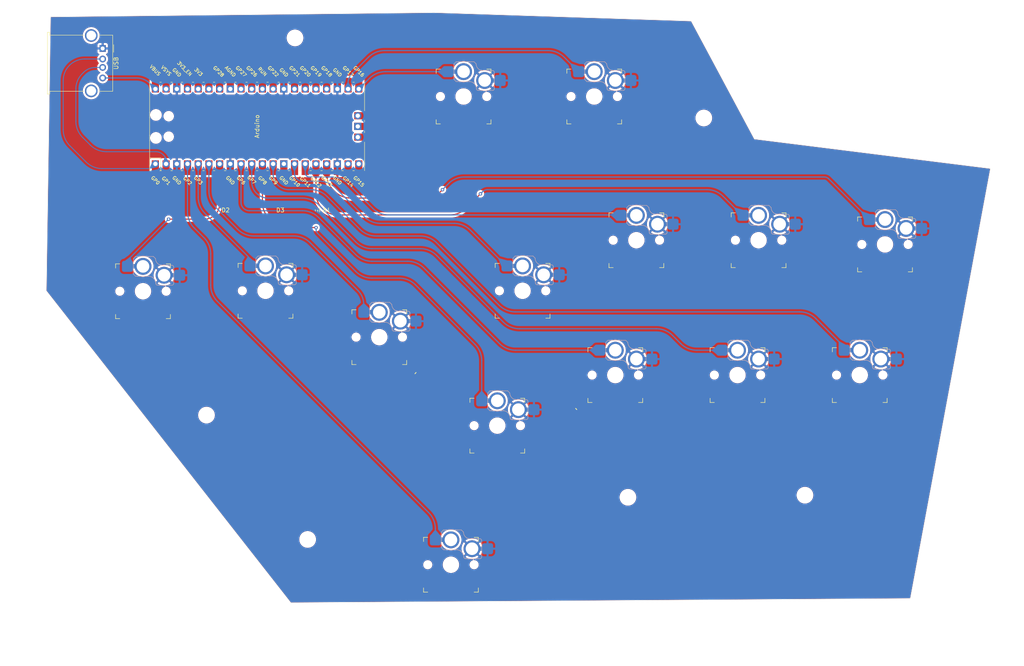
<source format=kicad_pcb>
(kicad_pcb (version 20241229) (generator "pcbnew") (generator_version "9.0")
  (title_block (title "tutorial") (rev "v1.0.0") (company "Unknown"))
  (layers (0 "F.Cu" signal) (2 "B.Cu" signal) (13 "F.Paste" user) (15 "B.Paste" user) (5 "F.SilkS" user "F.Silkscreen") (7 "B.SilkS" user "B.Silkscreen") (1 "F.Mask" user) (3 "B.Mask" user) (25 "Edge.Cuts" user))
  (net 0 "")
  (net 1 "GND")
  (net 2 "up")
  (net 3 "down")
  (net 4 "left")
  (net 5 "right")
  (net 6 "p1")
  (net 7 "p0")
  (net 8 "k0")
  (net 9 "k1")
  (net 10 "k2")
  (net 11 "k3")
  (net 12 "p2")
  (net 13 "p3")
  (net 14 "start")
  (net 15 "select")
  (net 16 "VCC")
  (net 17 "D+")
  (net 18 "D-")
  (footprint "Library:SW_Kailh_Choc_V1_HotSwap_PTH" (layer "F.Cu") (at 313 164)
    (property "Reference" "S11" (hide yes))
    (property "Value" "" (hide yes))
  )
  (footprint "Library:SW_Kailh_Choc_V1_HotSwap_PTH" (layer "F.Cu") (at 216 209)
    (property "Reference" "S4" (hide yes))
    (property "Value" "" (hide yes))
  )
  (footprint "MountingHole:MountingHole_3.5mm" (layer "F.Cu") (at 298 192.5)
    (property "Reference" "REF**" (hide yes))
    (property "Value" "MountingHole_3.5mm" (hide yes))
  )
  (footprint "MountingHole:MountingHole_3.5mm" (layer "F.Cu") (at 274 103)
    (property "Reference" "REF**" (hide yes))
    (property "Value" "MountingHole_3.5mm")
  )
  (footprint "MountingHole:MountingHole_3.5mm" (layer "F.Cu") (at 156 173.5)
    (property "Reference" "REF**" (hide yes))
    (property "Value" "MountingHole_3.5mm" (hide yes))
  )
  (footprint "Library:SW_Kailh_Choc_V1_HotSwap_PTH" (layer "F.Cu") (at 255 164)
    (property "Reference" "S7" (hide yes))
    (property "Value" "" (hide yes))
  )
  (footprint "Connector_USB:USB_A_Molex_67643_Horizontal" (layer "F.Cu") (at 131.36 86.5 -90)
    (property "Reference" "USB")
    (property "Value" "USB_A_Molex_67643_Horizontal")
  )
  (footprint "MountingHole:MountingHole_3.5mm" (layer "F.Cu") (at 180 203)
    (property "Reference" "REF**" (hide yes))
    (property "Value" "MountingHole_3.5mm" (hide yes))
  )
  (footprint "Library:SW_Kailh_Choc_V1_HotSwap_PTH" (layer "F.Cu") (at 199 155)
    (property "Reference" "S3" (hide yes))
    (property "Value" "" (hide yes))
  )
  (footprint "Library:SW_Kailh_Choc_V1_HotSwap_PTH" (layer "F.Cu") (at 289 132)
    (property "Reference" "S10" (hide yes))
    (property "Value" "" (hide yes))
  )
  (footprint "Library:SW_Kailh_Choc_V1_HotSwap_PTH" (layer "F.Cu") (at 233 144)
    (property "Reference" "S6" (hide yes))
    (property "Value" "" (hide yes))
  )
  (footprint "Library:SW_Kailh_Choc_V1_HotSwap_PTH" (layer "F.Cu") (at 284 164)
    (property "Reference" "S9" (hide yes))
    (property "Value" "" (hide yes))
  )
  (footprint "MCU_RaspberryPi_and_Boards:RPi_Pico_SMD_TH" (layer "F.Cu") (at 168 105 90)
    (property "Reference" "Arduino")
    (property "Value" "RPi_Pico_SMD_TH")
  )
  (footprint "" (layer "F.Cu") (at 256 193)
    (property "Reference" "")
    (property "Value" "")
  )
  (footprint "Library:SW_Kailh_Choc_V1_HotSwap_PTH" (layer "F.Cu") (at 172 144)
    (property "Reference" "S2" (hide yes))
    (property "Value" "" (hide yes))
  )
  (footprint "Library:SW_Kailh_Choc_V1_HotSwap_PTH" (layer "F.Cu") (at 250 97.9)
    (property "Reference" "S14" (hide yes))
    (property "Value" "" (hide yes))
  )
  (footprint "Library:SW_Kailh_Choc_V1_HotSwap_PTH" (layer "F.Cu") (at 319 133)
    (property "Reference" "S12" (hide yes))
    (property "Value" "" (hide yes))
  )
  (footprint "Library:SW_Kailh_Choc_V1_HotSwap_PTH" (layer "F.Cu") (at 227 176)
    (property "Reference" "S5" (hide yes))
    (property "Value" "" (hide yes))
  )
  (footprint "MountingHole:MountingHole_3.5mm" (layer "F.Cu") (at 177 84)
    (property "Reference" "REF**" (hide yes))
    (property "Value" "MountingHole_3.5mm" (hide yes))
  )
  (footprint "Library:SW_Kailh_Choc_V1_HotSwap_PTH" (layer "F.Cu") (at 219 97.9)
    (property "Reference" "S13" (hide yes))
    (property "Value" "" (hide yes))
  )
  (footprint "Library:SW_Kailh_Choc_V1_HotSwap_PTH" (layer "F.Cu") (at 260 132)
    (property "Reference" "S8" (hide yes))
    (property "Value" "" (hide yes))
  )
  (footprint "Library:SW_Kailh_Choc_V1_HotSwap_PTH" (layer "F.Cu") (at 142.931165 144.107445)
    (property "Reference" "S1" (hide yes))
    (property "Value" "" (hide yes))
  )
  (gr_line (start 172.78237 124.31754) (end 173.02046 124.31754) (stroke (width 0.15)) (layer "F.SilkS"))
  (gr_line (start 160.68713 125.31754) (end 161.30617 125.31754) (stroke (width 0.15)) (layer "F.SilkS"))
  (gr_line (start 173.97284 124.69849) (end 174.1157 124.69849) (stroke (width 0.15)) (layer "F.SilkS"))
  (gr_line (start 184.04427 124.31754) (end 184.3776 125.31754) (stroke (width 0.15)) (layer "F.SilkS"))
  (gr_line (start 173.30617 125.07944) (end 173.25856 125.17468) (stroke (width 0.15)) (layer "F.SilkS"))
  (gr_line (start 184.94903 125.31754) (end 184.94903 124.31754) (stroke (width 0.15)) (layer "F.SilkS"))
  (gr_line (start 161.25856 124.74611) (end 160.68713 125.31754) (stroke (width 0.15)) (layer "F.SilkS"))
  (gr_line (start 181.80617 124.74611) (end 181.80617 124.88897) (stroke (width 0.15)) (layer "F.SilkS"))
  (gr_line (start 160.35379 124.88897) (end 160.30617 125.07944) (stroke (width 0.15)) (layer "F.SilkS"))
  (gr_line (start 161.21094 124.36516) (end 161.25856 124.41278) (stroke (width 0.15)) (layer "F.SilkS"))
  (gr_line (start 161.1157 124.31754) (end 161.21094 124.36516) (stroke (width 0.15)) (layer "F.SilkS"))
  (gr_line (start 160.78237 124.36516) (end 160.8776 124.31754) (stroke (width 0.15)) (layer "F.SilkS"))
  (gr_line (start 160.30617 125.07944) (end 160.25856 125.17468) (stroke (width 0.15)) (layer "F.SilkS"))
  (gr_line (start 181.80617 124.88897) (end 181.85379 125.07944) (stroke (width 0.15)) (layer "F.SilkS"))
  (gr_line (start 160.35379 124.74611) (end 160.35379 124.88897) (stroke (width 0.15)) (layer "F.SilkS"))
  (gr_line (start 161.30617 124.60325) (end 161.25856 124.74611) (stroke (width 0.15)) (layer "F.SilkS"))
  (gr_line (start 182.42522 125.2223) (end 182.42522 124.88897) (stroke (width 0.15)) (layer "F.SilkS"))
  (gr_line (start 174.1157 124.69849) (end 174.21094 124.74611) (stroke (width 0.15)) (layer "F.SilkS"))
  (gr_line (start 173.02046 124.31754) (end 173.16332 124.36516) (stroke (width 0.15)) (layer "F.SilkS"))
  (gr_line (start 160.8776 124.31754) (end 161.1157 124.31754) (stroke (width 0.15)) (layer "F.SilkS"))
  (gr_line (start 182.85379 125.31754) (end 182.85379 124.31754) (stroke (width 0.15)) (layer "F.SilkS"))
  (gr_line (start 174.1157 125.31754) (end 173.82998 125.31754) (stroke (width 0.15)) (layer "F.SilkS"))
  (gr_line (start 159.78237 125.31754) (end 159.78237 124.31754) (stroke (width 0.15)) (layer "F.SilkS"))
  (gr_line (start 173.35379 124.88897) (end 173.30617 125.07944) (stroke (width 0.15)) (layer "F.SilkS"))
  (gr_line (start 173.73475 125.26992) (end 173.68713 125.2223) (stroke (width 0.15)) (layer "F.SilkS"))
  (gr_line (start 183.71094 125.31754) (end 184.04427 124.31754) (stroke (width 0.15)) (layer "F.SilkS"))
  (gr_line (start 173.02046 125.31754) (end 172.78237 125.31754) (stroke (width 0.15)) (layer "F.SilkS"))
  (gr_line (start 173.25856 125.17468) (end 173.16332 125.26992) (stroke (width 0.15)) (layer "F.SilkS"))
  (gr_line (start 205.72584 163.3843) (end 205.46436 163.67478) (stroke (width 0.2)) (layer "F.SilkS"))
  (gr_line (start 159.78237 124.31754) (end 160.02046 124.31754) (stroke (width 0.15)) (layer "F.SilkS"))
  (gr_line (start 174.30617 124.88897) (end 174.30617 125.12706) (stroke (width 0.15)) (layer "F.SilkS"))
  (gr_line (start 243.85638 172.18915) (end 243.5949 171.89868) (stroke (width 0.2)) (layer "F.SilkS"))
  (gr_line (start 172.78237 125.31754) (end 172.78237 124.31754) (stroke (width 0.15)) (layer "F.SilkS"))
  (gr_line (start 173.30617 124.55563) (end 173.35379 124.74611) (stroke (width 0.15)) (layer "F.SilkS"))
  (gr_line (start 174.25856 125.2223) (end 174.21094 125.26992) (stroke (width 0.15)) (layer "F.SilkS"))
  (gr_line (start 160.25856 124.4604) (end 160.30617 124.55563) (stroke (width 0.15)) (layer "F.SilkS"))
  (gr_line (start 161.30617 124.50802) (end 161.30617 124.60325) (stroke (width 0.15)) (layer "F.SilkS"))
  (gr_line (start 174.30617 124.31754) (end 173.97284 124.69849) (stroke (width 0.15)) (layer "F.SilkS"))
  (gr_line (start 160.30617 124.55563) (end 160.35379 124.74611) (stroke (width 0.15)) (layer "F.SilkS"))
  (gr_line (start 160.02046 124.31754) (end 160.16332 124.36516) (stroke (width 0.15)) (layer "F.SilkS"))
  (gr_line (start 173.68713 124.31754) (end 174.30617 124.31754) (stroke (width 0.15)) (layer "F.SilkS"))
  (gr_line (start 173.35379 124.74611) (end 173.35379 124.88897) (stroke (width 0.15)) (layer "F.SilkS"))
  (gr_line (start 174.21094 124.74611) (end 174.25856 124.79373) (stroke (width 0.15)) (layer "F.SilkS"))
  (gr_line (start 173.25856 124.4604) (end 173.30617 124.55563) (stroke (width 0.15)) (layer "F.SilkS"))
  (gr_line (start 161.25856 124.41278) (end 161.30617 124.50802) (stroke (width 0.15)) (layer "F.SilkS"))
  (gr_line (start 173.16332 124.36516) (end 173.25856 124.4604) (stroke (width 0.15)) (layer "F.SilkS"))
  (gr_line (start 160.02046 125.31754) (end 159.78237 125.31754) (stroke (width 0.15)) (layer "F.SilkS"))
  (gr_line (start 173.82998 125.31754) (end 173.73475 125.26992) (stroke (width 0.15)) (layer "F.SilkS"))
  (gr_line (start 173.16332 125.26992) (end 173.02046 125.31754) (stroke (width 0.15)) (layer "F.SilkS"))
  (gr_line (start 174.21094 125.26992) (end 174.1157 125.31754) (stroke (width 0.15)) (layer "F.SilkS"))
  (gr_line (start 174.30617 125.12706) (end 174.25856 125.2223) (stroke (width 0.15)) (layer "F.SilkS"))
  (gr_line (start 160.25856 125.17468) (end 160.16332 125.26992) (stroke (width 0.15)) (layer "F.SilkS"))
  (gr_line (start 160.16332 125.26992) (end 160.02046 125.31754) (stroke (width 0.15)) (layer "F.SilkS"))
  (gr_line (start 174.25856 124.79373) (end 174.30617 124.88897) (stroke (width 0.15)) (layer "F.SilkS"))
  (gr_line (start 182.42522 124.88897) (end 182.23475 124.88897) (stroke (width 0.15)) (layer "F.SilkS"))
  (gr_line (start 160.73475 124.41278) (end 160.78237 124.36516) (stroke (width 0.15)) (layer "F.SilkS"))
  (gr_line (start 160.16332 124.36516) (end 160.25856 124.4604) (stroke (width 0.15)) (layer "F.SilkS"))
  (gr_line (start 176 218) (end 323 217) (stroke (width 0.05)) (layer "Edge.Cuts"))
  (gr_line (start 119 79) (end 118 144) (stroke (width 0.05)) (layer "Edge.Cuts"))
  (gr_line (start 286 108) (end 271 80) (stroke (width 0.05)) (layer "Edge.Cuts"))
  (gr_line (start 342 115) (end 286 108) (stroke (width 0.05)) (layer "Edge.Cuts"))
  (gr_line (start 271 80) (end 210 78) (stroke (width 0.05)) (layer "Edge.Cuts"))
  (gr_line (start 118 144) (end 176 218) (stroke (width 0.05)) (layer "Edge.Cuts"))
  (gr_line (start 323 217) (end 342 115) (stroke (width 0.05)) (layer "Edge.Cuts"))
  (gr_line (start 210 78) (end 119 79) (stroke (width 0.05)) (layer "Edge.Cuts"))
  (segment (start 157 142.66039) (end 157 135.253963) (width 0.25) (layer "B.Cu") (net 2))
  (segment (start 151.49 125.236036) (end 151.49 113.89) (width 0.25) (layer "B.Cu") (net 2))
  (segment (start 210.3 200.468317) (end 210.3 203.1) (width 0.25) (layer "B.Cu") (net 2))
  (segment (start 155.406207 131.406207) (end 153.083792 129.083792) (width 0.25) (layer "B.Cu") (net 2))
  (segment (start 158.593792 146.508146) (end 208.706207 196.620561) (width 0.25) (layer "B.Cu") (net 2))
  (arc (start 210.3 200.468317) (mid 209.885786 198.385926) (end 208.706207 196.620561) (width 0.25) (layer "B.Cu") (net 2))
  (arc (start 153.083792 129.083792) (mid 151.904213 127.318426) (end 151.49 125.236036) (width 0.25) (layer "B.Cu") (net 2))
  (arc (start 158.593792 146.508146) (mid 157.414213 144.74278) (end 157 142.66039) (width 0.25) (layer "B.Cu") (net 2))
  (arc (start 155.406207 131.406207) (mid 156.585786 133.171572) (end 157 135.253963) (width 0.25) (layer "B.Cu") (net 2))
  (segment (start 169.9 138) (end 170 138.1) (width 0.25) (layer "F.Cu") (net 3))
  (segment (start 154.03 121.776036) (end 154.03 113.89) (width 0.25) (layer "B.Cu") (net 3))
  (segment (start 166.3 137.2) (end 166.3 138.1) (width 0.25) (layer "B.Cu") (net 3))
  (segment (start 155.623792 125.623792) (end 165.663603 135.663603) (width 0.25) (layer "B.Cu") (net 3))
  (arc (start 165.663603 135.663603) (mid 166.134605 136.368508) (end 166.3 137.2) (width 0.25) (layer "B.Cu") (net 3))
  (arc (start 155.623792 125.623792) (mid 154.444213 123.858426) (end 154.03 121.776036) (width 0.25) (layer "B.Cu") (net 3))
  (segment (start 147 127) (end 155.508004 127) (width 0.25) (layer "F.Cu") (net 4))
  (segment (start 159.11 123.398004) (end 159.11 113.89) (width 0.25) (layer "F.Cu") (net 4))
  (via (at 147 127) (size 0.8) (drill 0.4) (layers "F.Cu" "B.Cu") (net 4))
  (arc (start 158.055 125.945) (mid 156.886428 126.725814) (end 155.508004 127) (width 0.25) (layer "F.Cu") (net 4))
  (arc (start 158.055 125.945) (mid 158.835814 124.776428) (end 159.11 123.398004) (width 0.25) (layer "F.Cu") (net 4))
  (segment (start 137.231165 137.48814) (end 137.231165 138.207445) (width 0.25) (layer "B.Cu") (net 4))
  (segment (start 147 127) (end 137.73979 136.260209) (width 0.25) (layer "B.Cu") (net 4))
  (arc (start 137.73979 136.260209) (mid 137.363352 136.823588) (end 137.231165 137.48814) (width 0.25) (layer "B.Cu") (net 4))
  (segment (start 156.57 120.316036) (end 156.57 113.89) (width 0.25) (layer "B.Cu") (net 5))
  (segment (start 193.3 147.2) (end 193.3 149.1) (width 0.25) (layer "B.Cu") (net 5))
  (segment (start 158.163792 124.163792) (end 163.406207 129.406207) (width 0.25) (layer "B.Cu") (net 5))
  (segment (start 180.593792 132.593792) (end 191.956497 143.956497) (width 0.25) (layer "B.Cu") (net 5))
  (segment (start 167.253963 131) (end 176.746036 131) (width 0.25) (layer "B.Cu") (net 5))
  (arc (start 176.746036 131) (mid 178.828426 131.414213) (end 180.593792 132.593792) (width 0.25) (layer "B.Cu") (net 5))
  (arc (start 193.3 147.2) (mid 192.950834 145.444628) (end 191.956497 143.956497) (width 0.25) (layer "B.Cu") (net 5))
  (arc (start 163.406207 129.406207) (mid 165.171572 130.585786) (end 167.253963 131) (width 0.25) (layer "B.Cu") (net 5))
  (arc (start 156.57 120.316036) (mid 156.984213 122.398426) (end 158.163792 124.163792) (width 0.25) (layer "B.Cu") (net 5))
  (segment (start 185.746036 117) (end 180.40305 117) (width 0.25) (layer "B.Cu") (net 6))
  (segment (start 195.406207 124.406207) (end 189.593792 118.593792) (width 0.25) (layer "B.Cu") (net 6))
  (segment (start 254.25 126.05) (end 254.3 126.1) (width 0.25) (layer "B.Cu") (net 6))
  (segment (start 199.253963 126) (end 254.129289 126) (width 0.25) (layer "B.Cu") (net 6))
  (segment (start 179.43 116.026949) (end 179.43 113.89) (width 0.25) (layer "B.Cu") (net 6))
  (arc (start 254.129289 126) (mid 254.194617 126.012994) (end 254.25 126.05) (width 0.25) (layer "B.Cu") (net 6))
  (arc (start 195.406207 124.406207) (mid 197.171572 125.585786) (end 199.253963 126) (width 0.25) (layer "B.Cu") (net 6))
  (arc (start 179.715 116.715) (mid 179.504069 116.399319) (end 179.43 116.026949) (width 0.25) (layer "B.Cu") (net 6))
  (arc (start 185.746036 117) (mid 187.828426 117.414213) (end 189.593792 118.593792) (width 0.25) (layer "B.Cu") (net 6))
  (arc (start 179.715 116.715) (mid 180.03068 116.92593) (end 180.40305 117) (width 0.25) (layer "B.Cu") (net 6))
  (segment (start 227.2 138.1) (end 227.3 138.1) (width 0.25) (layer "B.Cu") (net 7))
  (segment (start 193.406207 126.406207) (end 186.593792 119.593792) (width 0.25) (layer "B.Cu") (net 7))
  (segment (start 182.746036 118) (end 178.784888 118) (width 0.25) (layer "B.Cu") (net 7))
  (segment (start 176.89 116.105111) (end 176.89 113.89) (width 0.25) (layer "B.Cu") (net 7))
  (segment (start 227.029289 138.029289) (end 218.593792 129.593792) (width 0.25) (layer "B.Cu") (net 7))
  (segment (start 214.746036 128) (end 197.253963 128) (width 0.25) (layer "B.Cu") (net 7))
  (arc (start 177.445 117.445) (mid 178.059745 117.85576) (end 178.784888 118) (width 0.25) (layer "B.Cu") (net 7))
  (arc (start 193.406207 126.406207) (mid 195.171572 127.585786) (end 197.253963 128) (width 0.25) (layer "B.Cu") (net 7))
  (arc (start 227.029289 138.029289) (mid 227.107611 138.081622) (end 227.2 138.1) (width 0.25) (layer "B.Cu") (net 7))
  (arc (start 176.89 116.105111) (mid 177.034239 116.830253) (end 177.445 117.445) (width 0.25) (layer "B.Cu") (net 7))
  (arc (start 186.593792 119.593792) (mid 184.828426 118.414213) (end 182.746036 118) (width 0.25) (layer "B.Cu") (net 7))
  (arc (start 214.746036 128) (mid 216.828426 128.414213) (end 218.593792 129.593792) (width 0.25) (layer "B.Cu") (net 7))
  (segment (start 170.863792 126.863792) (end 171.406207 127.406207) (width 0.25) (layer "F.Cu") (net 8))
  (segment (start 169.27 123.016036) (end 169.27 113.89) (width 0.25) (layer "F.Cu") (net 8))
  (segment (start 175.253963 129) (end 182 129) (width 0.25) (layer "F.Cu") (net 8))
  (via (at 182 129) (size 0.8) (drill 0.4) (layers "F.Cu" "B.Cu") (net 8))
  (arc (start 170.863792 126.863792) (mid 169.684213 125.098426) (end 169.27 123.016036) (width 0.25) (layer "F.Cu") (net 8))
  (arc (start 175.253963 129) (mid 173.171572 128.585786) (end 171.406207 127.406207) (width 0.25) (layer "F.Cu") (net 8))
  (segment (start 195.253963 141) (end 201.746036 141) (width 0.25) (layer "B.Cu") (net 8))
  (segment (start 221.3 160.553963) (end 221.3 170.1) (width 0.25) (layer "B.Cu") (net 8))
  (segment (start 191.406207 139.406207) (end 182.353553 130.353553) (width 0.25) (layer "B.Cu") (net 8))
  (segment (start 182 129.5) (end 182 129) (width 0.25) (layer "B.Cu") (net 8))
  (segment (start 219.706207 156.706207) (end 205.593792 142.593792) (width 0.25) (layer "B.Cu") (net 8))
  (arc (start 205.593792 142.593792) (mid 203.828426 141.414213) (end 201.746036 141) (width 0.25) (layer "B.Cu") (net 8))
  (arc (start 182 129.5) (mid 182.091885 129.961939) (end 182.353553 130.353553) (width 0.25) (layer "B.Cu") (net 8))
  (arc (start 191.406207 139.406207) (mid 193.171572 140.585786) (end 195.253963 141) (width 0.25) (layer "B.Cu") (net 8))
  (arc (start 219.706207 156.706207) (mid 220.885786 158.471572) (end 221.3 160.553963) (width 0.25) (layer "B.Cu") (net 8))
  (segment (start 229.353963 158.1) (end 249.3 158.1) (width 0.25) (layer "B.Cu") (net 9))
  (segment (start 182.593792 126.593792) (end 191.406207 135.406207) (width 0.25) (layer "B.Cu") (net 9))
  (segment (start 164.19 123.000001) (end 164.19 113.89) (width 0.25) (layer "B.Cu") (net 9))
  (segment (start 203.746036 137) (end 195.253963 137) (width 0.25) (layer "B.Cu") (net 9))
  (segment (start 178.746036 125) (end 166.189998 125) (width 0.25) (layer "B.Cu") (net 9))
  (segment (start 207.593792 138.593792) (end 225.506207 156.506207) (width 0.25) (layer "B.Cu") (net 9))
  (arc (start 229.353963 158.1) (mid 227.271572 157.685786) (end 225.506207 156.506207) (width 0.25) (layer "B.Cu") (net 9))
  (arc (start 164.19 123.000001) (mid 164.775785 124.414213) (end 166.189998 125) (width 0.25) (layer "B.Cu") (net 9))
  (arc (start 191.406207 135.406207) (mid 193.171572 136.585786) (end 195.253963 137) (width 0.25) (layer "B.Cu") (net 9))
  (arc (start 207.593792 138.593792) (mid 205.828426 137.414213) (end 203.746036 137) (width 0.25) (layer "B.Cu") (net 9))
  (arc (start 182.593792 126.593792) (mid 180.828426 125.414213) (end 178.746036 125) (width 0.25) (layer "B.Cu") (net 9))
  (segment (start 182.593792 123.593792) (end 191.406207 132.406207) (width 0.25) (layer "B.Cu") (net 10))
  (segment (start 166.73 118.124867) (end 166.73 113.89) (width 0.25) (layer "B.Cu") (net 10))
  (segment (start 230.253963 153) (end 262.746036 153) (width 0.25) (layer "B.Cu") (net 10))
  (segment (start 268.506207 156.506207) (end 266.593792 154.593792) (width 0.25) (layer "B.Cu") (net 10))
  (segment (start 195.253963 134) (end 206.746036 134) (width 0.25) (layer "B.Cu") (net 10))
  (segment (start 210.593792 135.593792) (end 226.406207 151.406207) (width 0.25) (layer "B.Cu") (net 10))
  (segment (start 272.353963 158.1) (end 278.3 158.1) (width 0.25) (layer "B.Cu") (net 10))
  (segment (start 178.746036 122) (end 170.605132 122) (width 0.25) (layer "B.Cu") (net 10))
  (arc (start 182.593792 123.593792) (mid 180.828426 122.414213) (end 178.746036 122) (width 0.25) (layer "B.Cu") (net 10))
  (arc (start 166.73 118.124867) (mid 167.024976 119.607816) (end 167.865 120.865) (width 0.25) (layer "B.Cu") (net 10))
  (arc (start 191.406207 132.406207) (mid 193.171572 133.585786) (end 195.253963 134) (width 0.25) (layer "B.Cu") (net 10))
  (arc (start 230.253963 153) (mid 228.171572 152.585786) (end 226.406207 151.406207) (width 0.25) (layer "B.Cu") (net 10))
  (arc (start 272.353963 158.1) (mid 270.271572 157.685786) (end 268.506207 156.506207) (width 0.25) (layer "B.Cu") (net 10))
  (arc (start 266.593792 154.593792) (mid 264.828426 153.414213) (end 262.746036 153) (width 0.25) (layer "B.Cu") (net 10))
  (arc (start 170.605132 122) (mid 169.122183 121.705023) (end 167.865 120.865) (width 0.25) (layer "B.Cu") (net 10))
  (arc (start 210.593792 135.593792) (mid 208.828426 134.414213) (end 206.746036 134) (width 0.25) (layer "B.Cu") (net 10))
  (segment (start 210.593792 132.593792) (end 225.406207 147.406207) (width 0.25) (layer "B.Cu") (net 11))
  (segment (start 307.017157 157.017157) (end 300.593792 150.593792) (width 0.25) (layer "B.Cu") (net 11))
  (segment (start 171.81 116.261436) (end 171.81 113.89) (width 0.25) (layer "B.Cu") (net 11))
  (segment (start 307.3 157.7) (end 307.3 158.1) (width 0.25) (layer "B.Cu") (net 11))
  (segment (start 175.548563 120) (end 180.746036 120) (width 0.25) (layer "B.Cu") (net 11))
  (segment (start 229.253963 149) (end 296.746036 149) (width 0.25) (layer "B.Cu") (net 11))
  (segment (start 196.253963 131) (end 206.746036 131) (width 0.25) (layer "B.Cu") (net 11))
  (segment (start 192.406207 129.406207) (end 184.593792 121.593792) (width 0.25) (layer "B.Cu") (net 11))
  (arc (start 184.593792 121.593792) (mid 182.828426 120.414213) (end 180.746036 120) (width 0.25) (layer "B.Cu") (net 11))
  (arc (start 307.3 157.7) (mid 307.226491 157.330448) (end 307.017157 157.017157) (width 0.25) (layer "B.Cu") (net 11))
  (arc (start 229.253963 149) (mid 227.171572 148.585786) (end 225.406207 147.406207) (width 0.25) (layer "B.Cu") (net 11))
  (arc (start 210.593792 132.593792) (mid 208.828426 131.414213) (end 206.746036 131) (width 0.25) (layer "B.Cu") (net 11))
  (arc (start 296.746036 149) (mid 298.828426 149.414213) (end 300.593792 150.593792) (width 0.25) (layer "B.Cu") (net 11))
  (arc (start 196.253963 131) (mid 194.171572 130.585786) (end 192.406207 129.406207) (width 0.25) (layer "B.Cu") (net 11))
  (arc (start 172.905 118.905) (mid 174.117877 119.715418) (end 175.548563 120) (width 0.25) (layer "B.Cu") (net 11))
  (arc (start 171.81 116.261436) (mid 172.094581 117.692122) (end 172.905 118.905) (width 0.25) (layer "B.Cu") (net 11))
  (segment (start 221 121) (end 217.593792 124.406207) (width 0.25) (layer "F.Cu") (net 12))
  (segment (start 181.97 120.827466) (end 181.97 113.89) (width 0.25) (layer "F.Cu") (net 12))
  (segment (start 213.746036 126) (end 187.142533 126) (width 0.25) (layer "F.Cu") (net 12))
  (via (at 221 121) (size 0.8) (drill 0.4) (layers "F.Cu" "B.Cu") (net 12))
  (arc (start 183.485 124.485) (mid 182.363735 122.806909) (end 181.97 120.827466) (width 0.25) (layer "F.Cu") (net 12))
  (arc (start 183.485 124.485) (mid 185.16309 125.606264) (end 187.142533 126) (width 0.25) (layer "F.Cu") (net 12))
  (arc (start 217.593792 124.406207) (mid 215.828426 125.585786) (end 213.746036 126) (width 0.25) (layer "F.Cu") (net 12))
  (segment (start 222.707106 120) (end 226.313712 120) (width 0.25) (layer "B.Cu") (net 12))
  (segment (start 283.2 126.1) (end 283.3 126.1) (width 0.25) (layer "B.Cu") (net 12))
  (segment (start 221 121) (end 221.5 120.5) (width 0.25) (layer "B.Cu") (net 12))
  (segment (start 231 120) (end 226.313712 120) (width 0.25) (layer "B.Cu") (net 12))
  (segment (start 235.686288 120) (end 231 120) (width 0.25) (layer "B.Cu") (net 12))
  (segment (start 274.746036 120) (end 235.686288 120) (width 0.25) (layer "B.Cu") (net 12))
  (segment (start 283.029289 126.029289) (end 278.593792 121.593792) (width 0.25) (layer "B.Cu") (net 12))
  (arc (start 283.029289 126.029289) (mid 283.107611 126.081622) (end 283.2 126.1) (width 0.25) (layer "B.Cu") (net 12))
  (arc (start 274.746036 120) (mid 276.828426 120.414213) (end 278.593792 121.593792) (width 0.25) (layer "B.Cu") (net 12))
  (arc (start 222.707106 120) (mid 222.053825 120.129945) (end 221.5 120.5) (width 0.25) (layer "B.Cu") (net 12))
  (segment (start 186.103792 120.103792) (end 186.406207 120.406207) (width 0.25) (layer "F.Cu") (net 13))
  (segment (start 184.51 116.256036) (end 184.51 113.89) (width 0.25) (layer "F.Cu") (net 13))
  (segment (start 211 121) (end 212 120) (width 0.25) (layer "F.Cu") (net 13))
  (segment (start 190.253963 122) (end 208.585786 122) (width 0.25) (layer "F.Cu") (net 13))
  (via (at 212 120) (size 0.8) (drill 0.4) (layers "F.Cu" "B.Cu") (net 13))
  (arc (start 186.103792 120.103792) (mid 184.924213 118.338426) (end 184.51 116.256036) (width 0.25) (layer "F.Cu") (net 13))
  (arc (start 190.253963 122) (mid 188.171572 121.585786) (end 186.406207 120.406207) (width 0.25) (layer "F.Cu") (net 13))
  (arc (start 211 121) (mid 209.892349 121.740108) (end 208.585786 122) (width 0.25) (layer "F.Cu") (net 13))
  (segment (start 300.8 117) (end 217.12132 117) (width 0.25) (layer "B.Cu") (net 13))
  (segment (start 213.5 118.5) (end 212 120) (width 0.25) (layer "B.Cu") (net 13))
  (segment (start 302.6 117) (end 302 117) (width 0.25) (layer "B.Cu") (net 13))
  (segment (start 302 117) (end 300.8 117) (width 0.25) (layer "B.Cu") (net 13))
  (segment (start 303.624264 117.424264) (end 313.3 127.1) (width 0.25) (layer "B.Cu") (net 13))
  (arc (start 302.6 117) (mid 303.154327 117.110262) (end 303.624264 117.424264) (width 0.25) (layer "B.Cu") (net 13))
  (arc (start 213.5 118.5) (mid 215.161475 117.389837) (end 217.12132 117) (width 0.25) (layer "B.Cu") (net 13))
  (segment (start 194.646207 93.593792) (end 192.13 96.11) (width 0.25) (layer "B.Cu") (net 14))
  (segment (start 198.493963 92) (end 213.3 92) (width 0.25) (layer "B.Cu") (net 14))
  (arc (start 194.646207 93.593792) (mid 196.411572 92.414213) (end 198.493963 92) (width 0.25) (layer "B.Cu") (net 14))
  (segment (start 240.893792 88.593792) (end 244.3 92) (width 0.25) (layer "B.Cu") (net 15))
  (segment (start 198.253963 87) (end 237.046036 87) (width 0.25) (layer "B.Cu") (net 15))
  (segment (start 190.544594 92.455405) (end 194.406207 88.593792) (width 0.25) (layer "B.Cu") (net 15))
  (segment (start 189.59 94.76) (end 189.59 96.11) (width 0.25) (layer "B.Cu") (net 15))
  (arc (start 190.544594 92.455405) (mid 189.83809 93.512762) (end 189.59 94.76) (width 0.25) (layer "B.Cu") (net 15))
  (arc (start 198.253963 87) (mid 196.171572 87.414213) (end 194.406207 88.593792) (width 0.25) (layer "B.Cu") (net 15))
  (arc (start 240.893792 88.593792) (mid 239.128426 87.414213) (end 237.046036 87) (width 0.25) (layer "B.Cu") (net 15))
  (segment (start 139.414451 93.5) (end 131.36 93.5) (width 0.25) (layer "B.Cu") (net 16))
  (segment (start 142.565 94.805) (end 143.87 96.11) (width 0.25) (layer "B.Cu") (net 16))
  (arc (start 142.565 94.805) (mid 141.119515 93.839158) (end 139.414451 93.5) (width 0.25) (layer "B.Cu") (net 16))
  (segment (start 143.315 114.445) (end 143.87 113.89) (width 0.2) (layer "B.Cu") (net 17))
  (segment (start 122 105.746036) (end 122 94.12132) (width 0.2) (layer "B.Cu") (net 17))
  (segment (start 123.593792 109.593792) (end 127.406207 113.406207) (width 0.2) (layer "B.Cu") (net 17))
  (segment (start 131.253963 115) (end 141.975111 115) (width 0.2) (layer "B.Cu") (net 17))
  (segment (start 127.12132 89) (end 131.36 89) (width 0.2) (layer "B.Cu") (net 17))
  (arc (start 123.5 90.5) (mid 122.389837 92.161475) (end 122 94.12132) (width 0.2) (layer "B.Cu") (net 17))
  (arc (start 143.315 114.445) (mid 142.700253 114.85576) (end 141.975111 115) (width 0.2) (layer "B.Cu") (net 17))
  (arc (start 127.12132 89) (mid 125.161475 89.389837) (end 123.5 90.5) (width 0.2) (layer "B.Cu") (net 17))
  (arc (start 122 105.746036) (mid 122.414213 107.828426) (end 123.593792 109.593792) (width 0.2) (layer "B.Cu") (net 17))
  (arc (start 127.406207 113.406207) (mid 129.171572 114.585786) (end 131.253963 115) (width 0.2) (layer "B.Cu") (net 17))
  (segment (start 125 103.746036) (end 125 96.12132) (width 0.2) (layer "B.Cu") (net 18))
  (segment (start 144.002979 111) (end 132.253963 111) (width 0.2) (layer "B.Cu") (net 18))
  (segment (start 129.68 91) (end 131.36 91) (width 0.2) (layer "B.Cu") (net 18))
  (segment (start 128.406207 109.406207) (end 126.593792 107.593792) (width 0.2) (layer "B.Cu") (net 18))
  (segment (start 126.81206 92.187939) (end 126.5 92.5) (width 0.2) (layer "B.Cu") (net 18))
  (segment (start 145.705 111.705) (end 145.88674 111.88674) (width 0.2) (layer "B.Cu") (net 18))
  (segment (start 146.41 113.15) (end 146.41 113.89) (width 0.2) (layer "B.Cu") (net 18))
  (arc (start 129.68 91) (mid 128.127882 91.308735) (end 126.81206 92.187939) (width 0.2) (layer "B.Cu") (net 18))
  (arc (start 145.88674 111.88674) (mid 146.274009 112.466328) (end 146.41 113.15) (width 0.2) (layer "B.Cu") (net 18))
  (arc (start 145.705 111.705) (mid 144.924106 111.183223) (end 144.002979 111) (width 0.2) (layer "B.Cu") (net 18))
  (arc (start 128.406207 109.406207) (mid 130.171572 110.585786) (end 132.253963 111) (width 0.2) (layer "B.Cu") (net 18))
  (arc (start 125 103.746036) (mid 125.414213 105.828426) (end 126.593792 107.593792) (width 0.2) (layer "B.Cu") (net 18))
  (arc (start 126.5 92.5) (mid 125.389837 94.161475) (end 125 96.12132) (width 0.2) (layer "B.Cu") (net 18))
  (zone (net 1) (net_name "GND") (layers "F.Cu" "B.Cu") (connect_pads (clearance 0.508)) (min_thickness 0.25) (fill yes (thermal_gap 0.5) (thermal_bridge_width 0.5))
    (polygon (pts (xy 301 98) (xy 282 75) (xy 212 77) (xy 109 75) (xy 107 144) (xy 163 233) (xy 325 225) (xy 350 114)))
  )
)
</source>
